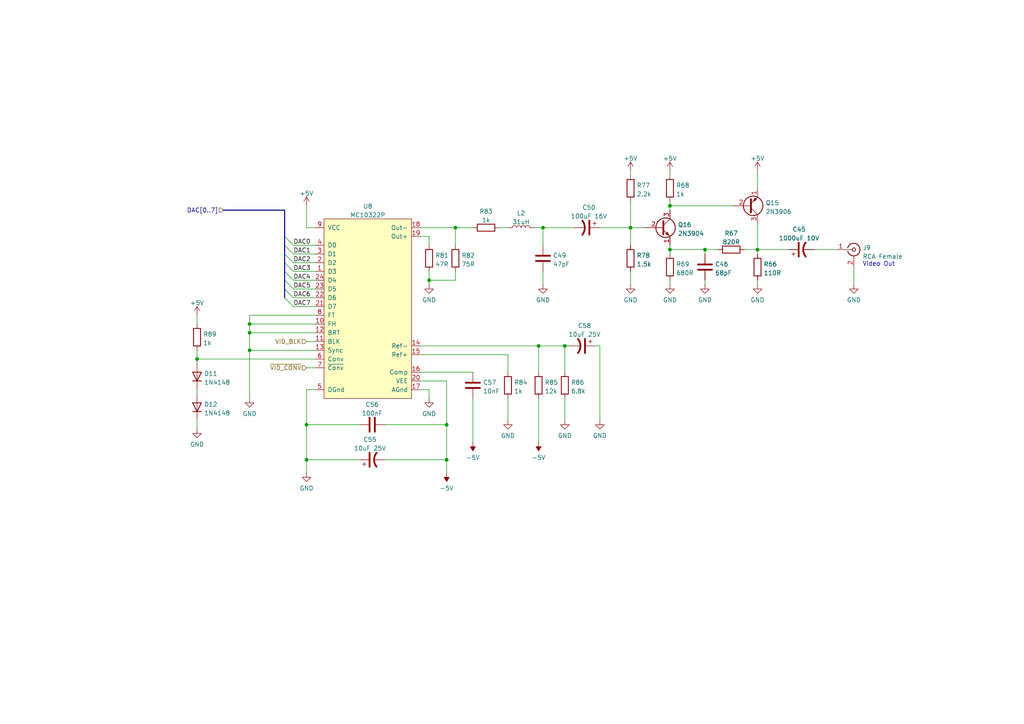
<source format=kicad_sch>
(kicad_sch (version 20211123) (generator eeschema)
  (paper "A4")
  (title_block (title "Video Output") (date "2023-07-19") (rev "4"))
  (lib_symbols
    (symbol "Connector:Conn_Coaxial" (pin_names (offset 1.016) hide) (on_board no)
      (property "Reference" "J" (at 0.254 3.048 0))
      (property "Value" "Conn_Coaxial" (at 2.921 0 90))
      (symbol "Conn_Coaxial_0_1"
        (arc (start -1.778 -0.508) (mid 0.2311 -1.8066) (end 1.778 0) (stroke (width 0.254)))
        (polyline (pts (xy -2.54 0) (xy -0.508 0)))
        (polyline (pts (xy 0 -2.54) (xy 0 -1.778)))
        (circle (center 0 0) (radius 0.508) (stroke (width 0.2032)))
        (arc (start 1.778 0) (mid 0.2099 1.8101) (end -1.778 0.508) (stroke (width 0.254)))
      )
      (symbol "Conn_Coaxial_1_1"
        (pin passive line (at -5.08 0 0) (length 2.54) (name "In") (number "1"))
        (pin passive line (at 0 -5.08 90) (length 2.54) (name "Ext") (number "2"))
      )
    )
    (symbol "Device:C" (pin_numbers hide) (pin_names (offset 0.254)) (on_board no)
      (property "Reference" "C" (at 0.635 2.54 0))
      (property "Value" "C" (at 0.635 -2.54 0))
      (symbol "C_0_1"
        (polyline (pts (xy -2.032 -0.762) (xy 2.032 -0.762)) (stroke (width 0.508)))
        (polyline (pts (xy -2.032 0.762) (xy 2.032 0.762)) (stroke (width 0.508)))
      )
      (symbol "C_1_1"
        (pin passive line (at 0 3.81 270) (length 2.794) (name "~") (number "1"))
        (pin passive line (at 0 -3.81 90) (length 2.794) (name "~") (number "2"))
      )
    )
    (symbol "Device:C_Polarized_US" (pin_numbers hide) (pin_names (offset 0.254) hide) (on_board no)
      (property "Reference" "C" (at 0.635 2.54 0))
      (property "Value" "C_Polarized_US" (at 0.635 -2.54 0))
      (symbol "C_Polarized_US_0_1"
        (polyline (pts (xy -2.032 0.762) (xy 2.032 0.762)) (stroke (width 0.508)))
        (polyline (pts (xy -1.778 2.286) (xy -0.762 2.286)))
        (polyline (pts (xy -1.27 1.778) (xy -1.27 2.794)))
        (arc (start 2.032 -1.27) (mid 0 -0.5572) (end -2.032 -1.27) (stroke (width 0.508)))
      )
      (symbol "C_Polarized_US_1_1"
        (pin passive line (at 0 3.81 270) (length 2.794) (name "~") (number "1"))
        (pin passive line (at 0 -3.81 90) (length 3.302) (name "~") (number "2"))
      )
    )
    (symbol "Device:D" (pin_numbers hide) (pin_names (offset 1.016) hide) (on_board no)
      (property "Reference" "D" (at 0 2.54 0))
      (property "Value" "D" (at 0 -2.54 0))
      (symbol "D_0_1"
        (polyline (pts (xy -1.27 1.27) (xy -1.27 -1.27)) (stroke (width 0.254)))
        (polyline (pts (xy 1.27 0) (xy -1.27 0)))
        (polyline (pts (xy 1.27 1.27) (xy 1.27 -1.27) (xy -1.27 0) (xy 1.27 1.27)) (stroke (width 0.254)))
      )
      (symbol "D_1_1"
        (pin passive line (at -3.81 0 0) (length 2.54) (name "K") (number "1"))
        (pin passive line (at 3.81 0 180) (length 2.54) (name "A") (number "2"))
      )
    )
    (symbol "Device:L" (pin_numbers hide) (pin_names (offset 1.016) hide) (on_board no)
      (property "Reference" "L" (at -1.27 0 90))
      (property "Value" "L" (at 1.905 0 90))
      (symbol "L_0_1"
        (arc (start 0 -2.54) (mid 0.635 -1.905) (end 0 -1.27))
        (arc (start 0 -1.27) (mid 0.635 -0.635) (end 0 0))
        (arc (start 0 0) (mid 0.635 0.635) (end 0 1.27))
        (arc (start 0 1.27) (mid 0.635 1.905) (end 0 2.54))
      )
      (symbol "L_1_1"
        (pin passive line (at 0 3.81 270) (length 1.27) (name "1") (number "1"))
        (pin passive line (at 0 -3.81 90) (length 1.27) (name "2") (number "2"))
      )
    )
    (symbol "Device:R" (pin_numbers hide) (pin_names (offset 0)) (on_board no)
      (property "Reference" "R" (at 2.032 0 90))
      (property "Value" "R" (at 0 0 90))
      (symbol "R_0_1"
        (rectangle (start -1.016 -2.54) (end 1.016 2.54) (stroke (width 0.254)))
      )
      (symbol "R_1_1"
        (pin passive line (at 0 3.81 270) (length 1.27) (name "~") (number "1"))
        (pin passive line (at 0 -3.81 90) (length 1.27) (name "~") (number "2"))
      )
    )
    (symbol "Transistor_BJT:2N3904" (pin_names (offset 0) hide) (on_board no)
      (property "Reference" "Q" (at 5.08 1.905 0))
      (property "Value" "2N3904" (at 5.08 0 0))
      (symbol "2N3904_0_1"
        (polyline (pts (xy 0.635 0.635) (xy 2.54 2.54)))
        (polyline (pts (xy 0.635 -0.635) (xy 2.54 -2.54) (xy 2.54 -2.54)))
        (polyline (pts (xy 0.635 1.905) (xy 0.635 -1.905) (xy 0.635 -1.905)) (stroke (width 0.508)))
        (polyline (pts (xy 1.27 -1.778) (xy 1.778 -1.27) (xy 2.286 -2.286) (xy 1.27 -1.778) (xy 1.27 -1.778)) (fill (type outline)))
        (circle (center 1.27 0) (radius 2.8194) (stroke (width 0.254)))
      )
      (symbol "2N3904_1_1"
        (pin passive line (at 2.54 -5.08 90) (length 2.54) (name "E") (number "1"))
        (pin passive line (at -5.08 0 0) (length 5.715) (name "B") (number "2"))
        (pin passive line (at 2.54 5.08 270) (length 2.54) (name "C") (number "3"))
      )
    )
    (symbol "Transistor_BJT:2N3906" (pin_names (offset 0) hide) (on_board no)
      (property "Reference" "Q" (at 5.08 1.905 0))
      (property "Value" "2N3906" (at 5.08 0 0))
      (symbol "2N3906_0_1"
        (polyline (pts (xy 0.635 0.635) (xy 2.54 2.54)))
        (polyline (pts (xy 0.635 -0.635) (xy 2.54 -2.54) (xy 2.54 -2.54)))
        (polyline (pts (xy 0.635 1.905) (xy 0.635 -1.905) (xy 0.635 -1.905)) (stroke (width 0.508)))
        (polyline (pts (xy 2.286 -1.778) (xy 1.778 -2.286) (xy 1.27 -1.27) (xy 2.286 -1.778) (xy 2.286 -1.778)) (fill (type outline)))
        (circle (center 1.27 0) (radius 2.8194) (stroke (width 0.254)))
      )
      (symbol "2N3906_1_1"
        (pin passive line (at 2.54 -5.08 90) (length 2.54) (name "E") (number "1"))
        (pin input line (at -5.08 0 0) (length 5.715) (name "B") (number "2"))
        (pin passive line (at 2.54 5.08 270) (length 2.54) (name "C") (number "3"))
      )
    )
    (symbol "Videonics Proceessor Plus:MC10322P" (pin_names (offset 1.016)) (on_board no)
      (property "Reference" "U" (at -12.7 25.4 0))
      (property "Value" "MC10322P" (at -12.7 -29.21 0))
      (symbol "MC10322P_0_1"
        (rectangle (start -12.7 25.4) (end 12.7 -26.67) (stroke (width 0.1524)) (fill (type background)))
      )
      (symbol "MC10322P_1_1"
        (pin input line (at -15.24 10.16 0) (length 2.54) (name "D3") (number "1"))
        (pin input line (at -15.24 -5.08 0) (length 2.54) (name "FH") (number "10"))
        (pin input line (at -15.24 -10.16 0) (length 2.54) (name "BLK") (number "11"))
        (pin input line (at -15.24 -7.62 0) (length 2.54) (name "BRT") (number "12"))
        (pin input line (at -15.24 -12.7 0) (length 2.54) (name "Sync") (number "13"))
        (pin passive line (at 15.24 -11.43 180) (length 2.54) (name "Ref-") (number "14"))
        (pin passive line (at 15.24 -13.97 180) (length 2.54) (name "Ref+") (number "15"))
        (pin passive line (at 15.24 -19.05 180) (length 2.54) (name "Comp") (number "16"))
        (pin power_in line (at 15.24 -24.13 180) (length 2.54) (name "AGnd") (number "17"))
        (pin output line (at 15.24 22.86 180) (length 2.54) (name "Out-") (number "18"))
        (pin output line (at 15.24 20.32 180) (length 2.54) (name "Out+") (number "19"))
        (pin input line (at -15.24 12.7 0) (length 2.54) (name "D2") (number "2"))
        (pin power_in line (at 15.24 -21.59 180) (length 2.54) (name "VEE") (number "20"))
        (pin input line (at -15.24 0 0) (length 2.54) (name "D7") (number "21"))
        (pin input line (at -15.24 2.54 0) (length 2.54) (name "D6") (number "22"))
        (pin input line (at -15.24 5.08 0) (length 2.54) (name "D5") (number "23"))
        (pin input line (at -15.24 7.62 0) (length 2.54) (name "D4") (number "24"))
        (pin input line (at -15.24 15.24 0) (length 2.54) (name "D1") (number "3"))
        (pin input line (at -15.24 17.78 0) (length 2.54) (name "D0") (number "4"))
        (pin power_in line (at -15.24 -24.13 0) (length 2.54) (name "DGnd") (number "5"))
        (pin input line (at -15.24 -15.24 0) (length 2.54) (name "Conv") (number "6"))
        (pin input line (at -15.24 -17.78 0) (length 2.54) (name "~{Conv}") (number "7"))
        (pin input line (at -15.24 -2.54 0) (length 2.54) (name "FT") (number "8"))
        (pin power_in line (at -15.24 22.86 0) (length 2.54) (name "VCC") (number "9"))
      )
    )
    (symbol "power:+5V" (power) (pin_names (offset 0)) (on_board no)
      (property "Value" "+5V" (at 0 3.556 0))
      (symbol "+5V_0_1"
        (polyline (pts (xy -0.762 1.27) (xy 0 2.54)))
        (polyline (pts (xy 0 0) (xy 0 2.54)))
        (polyline (pts (xy 0 2.54) (xy 0.762 1.27)))
      )
      (symbol "+5V_1_1"
        (pin power_in line (at 0 0 90) (length 0) hide (name "+5V") (number "1"))
      )
    )
    (symbol "power:-5V" (power) (pin_names (offset 0)) (on_board no)
      (property "Value" "-5V" (at 0 3.81 0))
      (symbol "-5V_0_0"
        (pin power_in line (at 0 0 90) (length 0) hide (name "-5V") (number "1"))
      )
      (symbol "-5V_0_1"
        (polyline (pts (xy 0 0) (xy 0 1.27) (xy 0.762 1.27) (xy 0 2.54) (xy -0.762 1.27) (xy 0 1.27)) (fill (type outline)))
      )
    )
    (symbol "power:GND" (power) (pin_names (offset 0)) (on_board no)
      (property "Value" "GND" (at 0 -3.81 0))
      (symbol "GND_0_1"
        (polyline (pts (xy 0 0) (xy 0 -1.27) (xy 1.27 -1.27) (xy 0 -2.54) (xy -1.27 -1.27) (xy 0 -1.27)))
      )
      (symbol "GND_1_1"
        (pin power_in line (at 0 0 270) (length 0) hide (name "GND") (number "1"))
      )
    )
  )
  (junction (at 219.71 72.39))
  (junction (at 194.31 59.69))
  (junction (at 182.88 66.04))
  (junction (at 72.39 93.98))
  (junction (at 132.08 66.04))
  (junction (at 194.31 72.39))
  (junction (at 204.47 72.39))
  (junction (at 88.9 123.19))
  (junction (at 129.54 133.35))
  (junction (at 156.21 100.33))
  (junction (at 157.48 66.04))
  (junction (at 72.39 96.52))
  (junction (at 72.39 101.6))
  (junction (at 163.83 100.33))
  (junction (at 57.15 104.14))
  (junction (at 129.54 123.19))
  (junction (at 88.9 133.35))
  (junction (at 124.46 81.28))
  (bus_entry (at 82.55 71.12) (size 2.54 2.54))
  (bus_entry (at 82.55 73.66) (size 2.54 2.54))
  (bus_entry (at 82.55 86.36) (size 2.54 2.54))
  (bus_entry (at 82.55 76.2) (size 2.54 2.54))
  (bus_entry (at 82.55 68.58) (size 2.54 2.54))
  (bus_entry (at 82.55 81.28) (size 2.54 2.54))
  (bus_entry (at 82.55 83.82) (size 2.54 2.54))
  (bus_entry (at 82.55 78.74) (size 2.54 2.54))
  (wire (pts (xy 85.09 78.74) (xy 91.44 78.74)))
  (wire (pts (xy 124.46 81.28) (xy 124.46 82.55)))
  (bus (pts (xy 82.55 71.12) (xy 82.55 68.58)))
  (wire (pts (xy 88.9 133.35) (xy 104.14 133.35)))
  (wire (pts (xy 121.92 68.58) (xy 124.46 68.58)))
  (wire (pts (xy 182.88 58.42) (xy 182.88 66.04)))
  (wire (pts (xy 129.54 110.49) (xy 129.54 123.19)))
  (wire (pts (xy 88.9 123.19) (xy 104.14 123.19)))
  (wire (pts (xy 111.76 123.19) (xy 129.54 123.19)))
  (bus (pts (xy 82.55 83.82) (xy 82.55 81.28)))
  (wire (pts (xy 147.32 102.87) (xy 121.92 102.87)))
  (bus (pts (xy 82.55 76.2) (xy 82.55 73.66)))
  (wire (pts (xy 156.21 115.57) (xy 156.21 128.27)))
  (wire (pts (xy 157.48 66.04) (xy 166.37 66.04)))
  (bus (pts (xy 82.55 86.36) (xy 82.55 83.82)))
  (wire (pts (xy 204.47 72.39) (xy 208.28 72.39)))
  (wire (pts (xy 194.31 58.42) (xy 194.31 59.69)))
  (wire (pts (xy 132.08 66.04) (xy 137.16 66.04)))
  (bus (pts (xy 82.55 68.58) (xy 82.55 60.96)))
  (wire (pts (xy 57.15 91.44) (xy 57.15 93.98)))
  (wire (pts (xy 57.15 101.6) (xy 57.15 104.14)))
  (wire (pts (xy 163.83 107.95) (xy 163.83 100.33)))
  (wire (pts (xy 124.46 78.74) (xy 124.46 81.28)))
  (wire (pts (xy 215.9 72.39) (xy 219.71 72.39)))
  (wire (pts (xy 132.08 66.04) (xy 132.08 71.12)))
  (wire (pts (xy 88.9 99.06) (xy 91.44 99.06)))
  (wire (pts (xy 72.39 96.52) (xy 72.39 93.98)))
  (wire (pts (xy 91.44 66.04) (xy 88.9 66.04)))
  (wire (pts (xy 57.15 121.92) (xy 57.15 124.46)))
  (wire (pts (xy 132.08 81.28) (xy 132.08 78.74)))
  (wire (pts (xy 173.99 100.33) (xy 173.99 121.92)))
  (wire (pts (xy 85.09 83.82) (xy 91.44 83.82)))
  (wire (pts (xy 173.99 66.04) (xy 182.88 66.04)))
  (wire (pts (xy 124.46 81.28) (xy 132.08 81.28)))
  (wire (pts (xy 137.16 128.27) (xy 137.16 115.57)))
  (wire (pts (xy 247.65 77.47) (xy 247.65 82.55)))
  (wire (pts (xy 72.39 101.6) (xy 72.39 115.57)))
  (wire (pts (xy 111.76 133.35) (xy 129.54 133.35)))
  (wire (pts (xy 194.31 81.28) (xy 194.31 82.55)))
  (wire (pts (xy 121.92 110.49) (xy 129.54 110.49)))
  (wire (pts (xy 182.88 66.04) (xy 182.88 71.12)))
  (wire (pts (xy 124.46 113.03) (xy 124.46 115.57)))
  (wire (pts (xy 219.71 81.28) (xy 219.71 82.55)))
  (wire (pts (xy 219.71 49.53) (xy 219.71 54.61)))
  (wire (pts (xy 156.21 100.33) (xy 156.21 107.95)))
  (wire (pts (xy 85.09 81.28) (xy 91.44 81.28)))
  (wire (pts (xy 219.71 72.39) (xy 228.6 72.39)))
  (wire (pts (xy 121.92 66.04) (xy 132.08 66.04)))
  (wire (pts (xy 147.32 115.57) (xy 147.32 121.92)))
  (wire (pts (xy 91.44 91.44) (xy 72.39 91.44)))
  (wire (pts (xy 57.15 104.14) (xy 57.15 105.41)))
  (wire (pts (xy 194.31 49.53) (xy 194.31 50.8)))
  (wire (pts (xy 129.54 123.19) (xy 129.54 133.35)))
  (wire (pts (xy 72.39 93.98) (xy 91.44 93.98)))
  (wire (pts (xy 204.47 81.28) (xy 204.47 82.55)))
  (wire (pts (xy 91.44 104.14) (xy 57.15 104.14)))
  (wire (pts (xy 124.46 68.58) (xy 124.46 71.12)))
  (wire (pts (xy 163.83 100.33) (xy 165.1 100.33)))
  (bus (pts (xy 82.55 73.66) (xy 82.55 71.12)))
  (wire (pts (xy 157.48 78.74) (xy 157.48 82.55)))
  (wire (pts (xy 163.83 100.33) (xy 156.21 100.33)))
  (bus (pts (xy 64.77 60.96) (xy 82.55 60.96)))
  (wire (pts (xy 88.9 106.68) (xy 91.44 106.68)))
  (wire (pts (xy 182.88 66.04) (xy 186.69 66.04)))
  (wire (pts (xy 157.48 66.04) (xy 154.94 66.04)))
  (wire (pts (xy 85.09 71.12) (xy 91.44 71.12)))
  (wire (pts (xy 204.47 72.39) (xy 194.31 72.39)))
  (wire (pts (xy 88.9 59.69) (xy 88.9 66.04)))
  (wire (pts (xy 88.9 133.35) (xy 88.9 137.16)))
  (wire (pts (xy 172.72 100.33) (xy 173.99 100.33)))
  (wire (pts (xy 204.47 73.66) (xy 204.47 72.39)))
  (bus (pts (xy 82.55 81.28) (xy 82.55 78.74)))
  (wire (pts (xy 85.09 86.36) (xy 91.44 86.36)))
  (wire (pts (xy 85.09 88.9) (xy 91.44 88.9)))
  (wire (pts (xy 121.92 100.33) (xy 156.21 100.33)))
  (wire (pts (xy 182.88 49.53) (xy 182.88 50.8)))
  (wire (pts (xy 72.39 96.52) (xy 72.39 101.6)))
  (bus (pts (xy 82.55 78.74) (xy 82.55 76.2)))
  (wire (pts (xy 91.44 113.03) (xy 88.9 113.03)))
  (wire (pts (xy 219.71 72.39) (xy 219.71 73.66)))
  (wire (pts (xy 121.92 113.03) (xy 124.46 113.03)))
  (wire (pts (xy 147.32 107.95) (xy 147.32 102.87)))
  (wire (pts (xy 72.39 91.44) (xy 72.39 93.98)))
  (wire (pts (xy 88.9 123.19) (xy 88.9 133.35)))
  (wire (pts (xy 85.09 73.66) (xy 91.44 73.66)))
  (wire (pts (xy 157.48 71.12) (xy 157.48 66.04)))
  (wire (pts (xy 194.31 72.39) (xy 194.31 73.66)))
  (wire (pts (xy 144.78 66.04) (xy 147.32 66.04)))
  (wire (pts (xy 91.44 96.52) (xy 72.39 96.52)))
  (wire (pts (xy 194.31 59.69) (xy 194.31 60.96)))
  (wire (pts (xy 163.83 115.57) (xy 163.83 121.92)))
  (wire (pts (xy 219.71 64.77) (xy 219.71 72.39)))
  (wire (pts (xy 72.39 101.6) (xy 91.44 101.6)))
  (wire (pts (xy 85.09 76.2) (xy 91.44 76.2)))
  (wire (pts (xy 194.31 71.12) (xy 194.31 72.39)))
  (wire (pts (xy 129.54 133.35) (xy 129.54 137.16)))
  (wire (pts (xy 182.88 78.74) (xy 182.88 82.55)))
  (wire (pts (xy 88.9 113.03) (xy 88.9 123.19)))
  (wire (pts (xy 236.22 72.39) (xy 242.57 72.39)))
  (wire (pts (xy 57.15 113.03) (xy 57.15 114.3)))
  (wire (pts (xy 194.31 59.69) (xy 212.09 59.69)))
  (wire (pts (xy 121.92 107.95) (xy 137.16 107.95)))
  (text "Video Out" (at 250.1441 77.4214 0) (effects (font (size 1.27 1.27)) (justify left bottom)))
  (label "DAC7" (at 85.09 88.9 0))
  (label "DAC5" (at 85.09 83.82 0))
  (label "DAC0" (at 85.09 71.12 0))
  (label "DAC2" (at 85.09 76.2 0))
  (label "DAC3" (at 85.09 78.74 0))
  (label "DAC4" (at 85.09 81.28 0))
  (label "DAC6" (at 85.09 86.36 0))
  (label "DAC1" (at 85.09 73.66 0))
  (hierarchical_label "VID_BLK" (shape input) (at 88.9 99.06 180))
  (hierarchical_label "DAC[0..7]" (shape input) (at 64.77 60.96 180))
  (hierarchical_label "~{VID_CONV}" (shape input) (at 88.9 106.68 180))
  (symbol (lib_id "Device:R") (at 132.08 74.93 0) (unit 1) (on_board no)
    (property "Reference" "R82" (at 133.858 74.0953 0) (effects (justify left)))
    (property "Value" "75R" (at 133.858 76.6322 0) (effects (justify left)))
  )
  (symbol (lib_id "power:-5V") (at 137.16 128.27 180) (unit 1) (on_board no)
    (property "Reference" "#PWR0180" (effects hide))
    (property "Value" "-5V" (at 137.16 132.7134 0))
  )
  (symbol (lib_id "Connector:Conn_Coaxial") (at 247.65 72.39 0) (unit 1) (on_board no)
    (property "Reference" "J9" (at 250.1901 71.8485 0) (effects (justify left)))
    (property "Value" "RCA Female" (at 250.1901 74.3854 0) (effects (justify left)))
    (property "Datasheet" " ~" (effects hide))
  )
  (symbol (lib_id "Device:C_Polarized_US") (at 170.18 66.04 270) (unit 1) (on_board no)
    (property "Reference" "C50" (at 170.815 60.1812 90))
    (property "Value" "100uF 16V" (at 170.815 62.7181 90))
  )
  (symbol (lib_id "Device:C") (at 107.95 123.19 90) (mirror x) (unit 1) (on_board no)
    (property "Reference" "C56" (at 107.95 117.3312 90))
    (property "Value" "100nF" (at 107.95 119.8681 90))
  )
  (symbol (lib_id "Videonics Proceessor Plus:MC10322P") (at 106.68 88.9 0) (unit 1) (on_board no)
    (property "Reference" "U8" (at 106.68 59.851 0))
    (property "Value" "MC10322P" (at 106.68 62.3879 0))
  )
  (symbol (lib_id "Device:R") (at 194.31 77.47 0) (unit 1) (on_board no)
    (property "Reference" "R69" (at 196.088 76.6353 0) (effects (justify left)))
    (property "Value" "680R" (at 196.088 79.1722 0) (effects (justify left)))
  )
  (symbol (lib_id "power:GND") (at 157.48 82.55 0) (unit 1) (on_board no)
    (property "Reference" "#PWR0172" (effects hide))
    (property "Value" "GND" (at 157.48 86.9934 0))
  )
  (symbol (lib_id "power:GND") (at 124.46 115.57 0) (unit 1) (on_board no)
    (property "Reference" "#PWR0121" (effects hide))
    (property "Value" "GND" (at 124.46 120.0134 0))
  )
  (symbol (lib_id "power:+5V") (at 57.15 91.44 0) (unit 1) (on_board no)
    (property "Reference" "#PWR0117" (effects hide))
    (property "Value" "+5V" (at 57.15 87.8642 0))
  )
  (symbol (lib_id "power:GND") (at 88.9 137.16 0) (unit 1) (on_board no)
    (property "Reference" "#PWR0120" (effects hide))
    (property "Value" "GND" (at 88.9 141.6034 0))
  )
  (symbol (lib_id "power:GND") (at 173.99 121.92 0) (unit 1) (on_board no)
    (property "Reference" "#PWR0174" (effects hide))
    (property "Value" "GND" (at 173.99 126.3634 0))
  )
  (symbol (lib_id "Device:R") (at 124.46 74.93 0) (unit 1) (on_board no)
    (property "Reference" "R81" (at 126.238 74.0953 0) (effects (justify left)))
    (property "Value" "47R" (at 126.238 76.6322 0) (effects (justify left)))
  )
  (symbol (lib_id "Device:R") (at 140.97 66.04 90) (unit 1) (on_board no)
    (property "Reference" "R83" (at 140.97 61.3242 90))
    (property "Value" "1k" (at 140.97 63.8611 90))
  )
  (symbol (lib_id "Device:R") (at 57.15 97.79 0) (unit 1) (on_board no)
    (property "Reference" "R89" (at 58.928 96.9553 0) (effects (justify left)))
    (property "Value" "1k" (at 58.928 99.4922 0) (effects (justify left)))
  )
  (symbol (lib_id "Device:D") (at 57.15 109.22 90) (unit 1) (on_board no)
    (property "Reference" "D11" (at 59.182 108.3853 90) (effects (justify right)))
    (property "Value" "1N4148" (at 59.182 110.9222 90) (effects (justify right)))
  )
  (symbol (lib_id "Device:R") (at 182.88 54.61 0) (unit 1) (on_board no)
    (property "Reference" "R77" (at 184.658 53.7753 0) (effects (justify left)))
    (property "Value" "2.2k" (at 184.658 56.3122 0) (effects (justify left)))
  )
  (symbol (lib_id "Device:R") (at 219.71 77.47 0) (unit 1) (on_board no)
    (property "Reference" "R66" (at 221.488 76.6353 0) (effects (justify left)))
    (property "Value" "110R" (at 221.488 79.1722 0) (effects (justify left)))
  )
  (symbol (lib_id "Device:C_Polarized_US") (at 168.91 100.33 270) (unit 1) (on_board no)
    (property "Reference" "C58" (at 169.545 94.4712 90))
    (property "Value" "10uF 25V" (at 169.545 97.0081 90))
  )
  (symbol (lib_id "Device:R") (at 182.88 74.93 0) (unit 1) (on_board no)
    (property "Reference" "R78" (at 184.658 74.0953 0) (effects (justify left)))
    (property "Value" "1.5k" (at 184.658 76.6322 0) (effects (justify left)))
  )
  (symbol (lib_id "power:+5V") (at 194.31 49.53 0) (unit 1) (on_board no)
    (property "Reference" "#PWR0182" (effects hide))
    (property "Value" "+5V" (at 194.31 45.9542 0))
  )
  (symbol (lib_id "power:-5V") (at 129.54 137.16 180) (unit 1) (on_board no)
    (property "Reference" "#PWR0122" (effects hide))
    (property "Value" "-5V" (at 129.54 141.6034 0))
  )
  (symbol (lib_id "Device:R") (at 163.83 111.76 180) (unit 1) (on_board no)
    (property "Reference" "R86" (at 165.608 110.9253 0) (effects (justify right)))
    (property "Value" "6.8k" (at 165.608 113.4622 0) (effects (justify right)))
  )
  (symbol (lib_id "power:GND") (at 247.65 82.55 0) (unit 1) (on_board no)
    (property "Reference" "#PWR0178" (effects hide))
    (property "Value" "GND" (at 247.65 86.9934 0))
  )
  (symbol (lib_id "Device:C") (at 157.48 74.93 0) (unit 1) (on_board no)
    (property "Reference" "C49" (at 160.401 74.0953 0) (effects (justify left)))
    (property "Value" "47pF" (at 160.401 76.6322 0) (effects (justify left)))
  )
  (symbol (lib_id "Transistor_BJT:2N3904") (at 191.77 66.04 0) (unit 1) (on_board no)
    (property "Reference" "Q16" (at 196.6214 65.2053 0) (effects (justify left)))
    (property "Value" "2N3904" (at 196.6214 67.7422 0) (effects (justify left)))
    (property "Footprint" "Package_TO_SOT_THT:TO-92_Inline" (effects hide))
    (property "Datasheet" "https://www.onsemi.com/pub/Collateral/2N3903-D.PDF" (effects hide))
  )
  (symbol (lib_id "power:GND") (at 163.83 121.92 0) (unit 1) (on_board no)
    (property "Reference" "#PWR0173" (effects hide))
    (property "Value" "GND" (at 163.83 126.3634 0))
  )
  (symbol (lib_id "power:GND") (at 204.47 82.55 0) (unit 1) (on_board no)
    (property "Reference" "#PWR0184" (effects hide))
    (property "Value" "GND" (at 204.47 86.9934 0))
  )
  (symbol (lib_id "power:+5V") (at 219.71 49.53 0) (unit 1) (on_board no)
    (property "Reference" "#PWR0179" (effects hide))
    (property "Value" "+5V" (at 219.71 45.9542 0))
  )
  (symbol (lib_id "Device:D") (at 57.15 118.11 90) (unit 1) (on_board no)
    (property "Reference" "D12" (at 59.182 117.2753 90) (effects (justify right)))
    (property "Value" "1N4148" (at 59.182 119.8122 90) (effects (justify right)))
  )
  (symbol (lib_id "power:GND") (at 194.31 82.55 0) (unit 1) (on_board no)
    (property "Reference" "#PWR0185" (effects hide))
    (property "Value" "GND" (at 194.31 86.9934 0))
  )
  (symbol (lib_id "Device:R") (at 194.31 54.61 0) (unit 1) (on_board no)
    (property "Reference" "R68" (at 196.088 53.7753 0) (effects (justify left)))
    (property "Value" "1k" (at 196.088 56.3122 0) (effects (justify left)))
  )
  (symbol (lib_id "power:-5V") (at 156.21 128.27 180) (unit 1) (on_board no)
    (property "Reference" "#PWR0175" (effects hide))
    (property "Value" "-5V" (at 156.21 132.7134 0))
  )
  (symbol (lib_id "Device:R") (at 156.21 111.76 0) (unit 1) (on_board no)
    (property "Reference" "R85" (at 157.988 110.9253 0) (effects (justify left)))
    (property "Value" "12k" (at 157.988 113.4622 0) (effects (justify left)))
  )
  (symbol (lib_id "power:GND") (at 124.46 82.55 0) (unit 1) (on_board no)
    (property "Reference" "#PWR0171" (effects hide))
    (property "Value" "GND" (at 124.46 86.9934 0))
  )
  (symbol (lib_id "power:GND") (at 219.71 82.55 0) (unit 1) (on_board no)
    (property "Reference" "#PWR0177" (effects hide))
    (property "Value" "GND" (at 219.71 86.9934 0))
  )
  (symbol (lib_id "power:GND") (at 72.39 115.57 0) (unit 1) (on_board no)
    (property "Reference" "#PWR0119" (effects hide))
    (property "Value" "GND" (at 72.39 120.0134 0))
  )
  (symbol (lib_id "Device:L") (at 151.13 66.04 90) (unit 1) (on_board no)
    (property "Reference" "L2" (at 151.13 61.8322 90))
    (property "Value" "31uH" (at 151.13 64.3691 90))
  )
  (symbol (lib_id "power:GND") (at 147.32 121.92 0) (unit 1) (on_board no)
    (property "Reference" "#PWR0176" (effects hide))
    (property "Value" "GND" (at 147.32 126.3634 0))
  )
  (symbol (lib_id "Device:C") (at 204.47 77.47 0) (unit 1) (on_board no)
    (property "Reference" "C46" (at 207.391 76.6353 0) (effects (justify left)))
    (property "Value" "68pF" (at 207.391 79.1722 0) (effects (justify left)))
  )
  (symbol (lib_id "Device:R") (at 212.09 72.39 90) (unit 1) (on_board no)
    (property "Reference" "R67" (at 212.09 67.6742 90))
    (property "Value" "820R" (at 212.09 70.2111 90))
  )
  (symbol (lib_id "Device:C_Polarized_US") (at 232.41 72.39 90) (unit 1) (on_board no)
    (property "Reference" "C45" (at 231.775 66.5312 90))
    (property "Value" "1000uF 10V" (at 231.775 69.0681 90))
  )
  (symbol (lib_id "Device:C_Polarized_US") (at 107.95 133.35 90) (unit 1) (on_board no)
    (property "Reference" "C55" (at 107.315 127.4912 90))
    (property "Value" "10uF 25V" (at 107.315 130.0281 90))
  )
  (symbol (lib_id "Device:C") (at 137.16 111.76 0) (unit 1) (on_board no)
    (property "Reference" "C57" (at 140.081 110.9253 0) (effects (justify left)))
    (property "Value" "10nF" (at 140.081 113.4622 0) (effects (justify left)))
  )
  (symbol (lib_id "power:+5V") (at 88.9 59.69 0) (unit 1) (on_board no)
    (property "Reference" "#PWR0123" (effects hide))
    (property "Value" "+5V" (at 88.9 56.1142 0))
  )
  (symbol (lib_id "Device:R") (at 147.32 111.76 0) (unit 1) (on_board no)
    (property "Reference" "R84" (at 149.098 110.9253 0) (effects (justify left)))
    (property "Value" "1k" (at 149.098 113.4622 0) (effects (justify left)))
  )
  (symbol (lib_id "power:GND") (at 182.88 82.55 0) (unit 1) (on_board no)
    (property "Reference" "#PWR0181" (effects hide))
    (property "Value" "GND" (at 182.88 86.9934 0))
  )
  (symbol (lib_id "Transistor_BJT:2N3906") (at 217.17 59.69 0) (mirror x) (unit 1) (on_board no)
    (property "Reference" "Q15" (at 222.0214 58.8553 0) (effects (justify left)))
    (property "Value" "2N3906" (at 222.0214 61.3922 0) (effects (justify left)))
    (property "Footprint" "Package_TO_SOT_THT:TO-92_Inline" (effects hide))
    (property "Datasheet" "https://www.onsemi.com/pub/Collateral/2N3906-D.PDF" (effects hide))
  )
  (symbol (lib_id "power:GND") (at 57.15 124.46 0) (unit 1) (on_board no)
    (property "Reference" "#PWR0118" (effects hide))
    (property "Value" "GND" (at 57.15 128.9034 0))
  )
  (symbol (lib_id "power:+5V") (at 182.88 49.53 0) (unit 1) (on_board no)
    (property "Reference" "#PWR0183" (effects hide))
    (property "Value" "+5V" (at 182.88 45.9542 0))
  )
)
</source>
